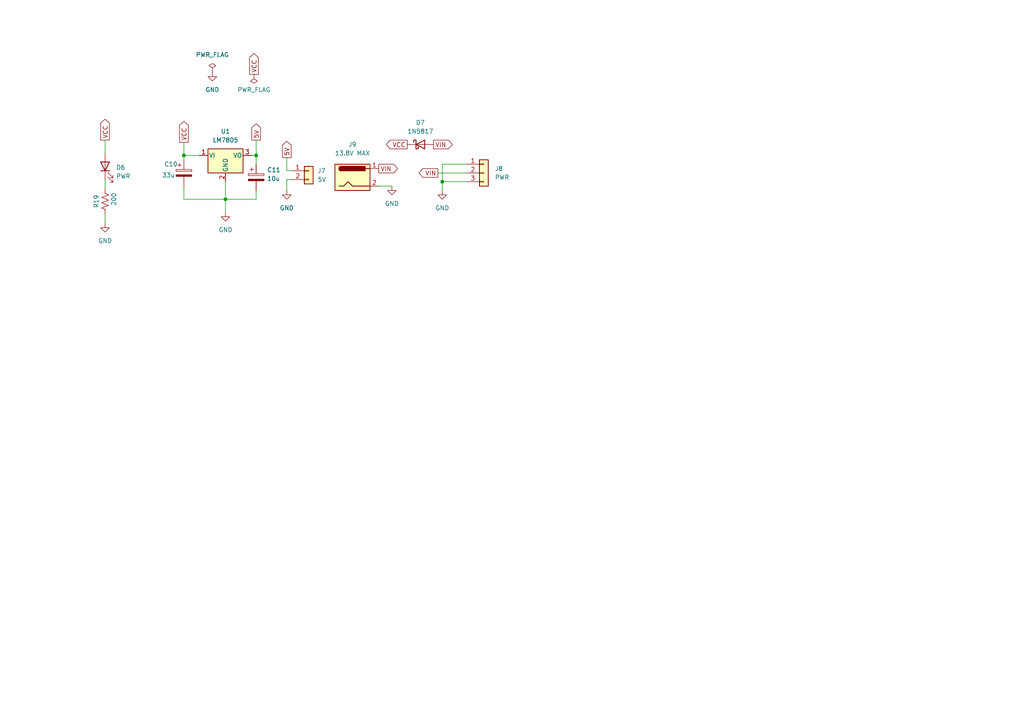
<source format=kicad_sch>
(kicad_sch (version 20211123) (generator eeschema)
  (paper "A4")
  (lib_symbols
    (symbol "Connector:Barrel_Jack" (pin_names (offset 1.016))
      (property "Reference" "J" (at 0 5.334 0))
      (property "Value" "Barrel_Jack" (at 0 -5.08 0))
      (symbol "Barrel_Jack_0_1"
        (rectangle (start -5.08 3.81) (end 5.08 -3.81) (stroke (width 0.254)) (fill (type background)))
        (arc (start -3.302 3.175) (mid -3.937 2.54) (end -3.302 1.905) (stroke (width 0.254)))
        (arc (start -3.302 3.175) (mid -3.937 2.54) (end -3.302 1.905) (stroke (width 0.254)) (fill (type outline)))
        (polyline (pts (xy 5.08 2.54) (xy 3.81 2.54)) (stroke (width 0.254)))
        (polyline (pts (xy -3.81 -2.54) (xy -2.54 -2.54) (xy -1.27 -1.27) (xy 0 -2.54) (xy 2.54 -2.54) (xy 5.08 -2.54)) (stroke (width 0.254)))
        (rectangle (start 3.683 3.175) (end -3.302 1.905) (stroke (width 0.254)) (fill (type outline)))
      )
      (symbol "Barrel_Jack_1_1"
        (pin passive line (at 7.62 2.54 180) (length 2.54) (name "~") (number "1"))
        (pin passive line (at 7.62 -2.54 180) (length 2.54) (name "~") (number "2"))
      )
    )
    (symbol "Connector_Generic:Conn_01x02" (pin_names (offset 1.016) hide)
      (property "Reference" "J" (at 0 2.54 0))
      (property "Value" "Conn_01x02" (at 0 -5.08 0))
      (symbol "Conn_01x02_1_1"
        (rectangle (start -1.27 -2.413) (end 0 -2.667) (stroke (width 0.1524)))
        (rectangle (start -1.27 0.127) (end 0 -0.127) (stroke (width 0.1524)))
        (rectangle (start -1.27 1.27) (end 1.27 -3.81) (stroke (width 0.254)) (fill (type background)))
        (pin passive line (at -5.08 0 0) (length 3.81) (name "Pin_1") (number "1"))
        (pin passive line (at -5.08 -2.54 0) (length 3.81) (name "Pin_2") (number "2"))
      )
    )
    (symbol "Connector_Generic:Conn_01x03" (pin_names (offset 1.016) hide)
      (property "Reference" "J" (at 0 5.08 0))
      (property "Value" "Conn_01x03" (at 0 -5.08 0))
      (symbol "Conn_01x03_1_1"
        (rectangle (start -1.27 -2.413) (end 0 -2.667) (stroke (width 0.1524)))
        (rectangle (start -1.27 0.127) (end 0 -0.127) (stroke (width 0.1524)))
        (rectangle (start -1.27 2.667) (end 0 2.413) (stroke (width 0.1524)))
        (rectangle (start -1.27 3.81) (end 1.27 -3.81) (stroke (width 0.254)) (fill (type background)))
        (pin passive line (at -5.08 2.54 0) (length 3.81) (name "Pin_1") (number "1"))
        (pin passive line (at -5.08 0 0) (length 3.81) (name "Pin_2") (number "2"))
        (pin passive line (at -5.08 -2.54 0) (length 3.81) (name "Pin_3") (number "3"))
      )
    )
    (symbol "Device:C_Polarized" (pin_numbers hide) (pin_names (offset 0.254))
      (property "Reference" "C" (at 0.635 2.54 0))
      (property "Value" "C_Polarized" (at 0.635 -2.54 0))
      (symbol "C_Polarized_0_1"
        (rectangle (start -2.286 0.508) (end 2.286 1.016))
        (polyline (pts (xy -1.778 2.286) (xy -0.762 2.286)))
        (polyline (pts (xy -1.27 2.794) (xy -1.27 1.778)))
        (rectangle (start 2.286 -0.508) (end -2.286 -1.016) (fill (type outline)))
      )
      (symbol "C_Polarized_1_1"
        (pin passive line (at 0 3.81 270) (length 2.794) (name "~") (number "1"))
        (pin passive line (at 0 -3.81 90) (length 2.794) (name "~") (number "2"))
      )
    )
    (symbol "Device:LED" (pin_numbers hide) (pin_names (offset 1.016) hide)
      (property "Reference" "D" (at 0 2.54 0))
      (property "Value" "LED" (at 0 -2.54 0))
      (symbol "LED_0_1"
        (polyline (pts (xy -1.27 -1.27) (xy -1.27 1.27)) (stroke (width 0.254)))
        (polyline (pts (xy -1.27 0) (xy 1.27 0)))
        (polyline (pts (xy 1.27 -1.27) (xy 1.27 1.27) (xy -1.27 0) (xy 1.27 -1.27)) (stroke (width 0.254)))
        (polyline (pts (xy -3.048 -0.762) (xy -4.572 -2.286) (xy -3.81 -2.286) (xy -4.572 -2.286) (xy -4.572 -1.524)))
        (polyline (pts (xy -1.778 -0.762) (xy -3.302 -2.286) (xy -2.54 -2.286) (xy -3.302 -2.286) (xy -3.302 -1.524)))
      )
      (symbol "LED_1_1"
        (pin passive line (at -3.81 0 0) (length 2.54) (name "K") (number "1"))
        (pin passive line (at 3.81 0 180) (length 2.54) (name "A") (number "2"))
      )
    )
    (symbol "Device:R_US" (pin_numbers hide) (pin_names (offset 0))
      (property "Reference" "R" (at 2.54 0 90))
      (property "Value" "R_US" (at -2.54 0 90))
      (symbol "R_US_0_1"
        (polyline (pts (xy 0 -2.286) (xy 0 -2.54)))
        (polyline (pts (xy 0 2.286) (xy 0 2.54)))
        (polyline (pts (xy 0 -0.762) (xy 1.016 -1.143) (xy 0 -1.524) (xy -1.016 -1.905) (xy 0 -2.286)))
        (polyline (pts (xy 0 0.762) (xy 1.016 0.381) (xy 0 0) (xy -1.016 -0.381) (xy 0 -0.762)))
        (polyline (pts (xy 0 2.286) (xy 1.016 1.905) (xy 0 1.524) (xy -1.016 1.143) (xy 0 0.762)))
      )
      (symbol "R_US_1_1"
        (pin passive line (at 0 3.81 270) (length 1.27) (name "~") (number "1"))
        (pin passive line (at 0 -3.81 90) (length 1.27) (name "~") (number "2"))
      )
    )
    (symbol "Diode:1N5817" (pin_numbers hide) (pin_names (offset 1.016) hide)
      (property "Reference" "D" (at 0 2.54 0))
      (property "Value" "1N5817" (at 0 -2.54 0))
      (symbol "1N5817_0_1"
        (polyline (pts (xy 1.27 0) (xy -1.27 0)))
        (polyline (pts (xy 1.27 1.27) (xy 1.27 -1.27) (xy -1.27 0) (xy 1.27 1.27)) (stroke (width 0.254)))
        (polyline (pts (xy -1.905 0.635) (xy -1.905 1.27) (xy -1.27 1.27) (xy -1.27 -1.27) (xy -0.635 -1.27) (xy -0.635 -0.635)) (stroke (width 0.254)))
      )
      (symbol "1N5817_1_1"
        (pin passive line (at -3.81 0 0) (length 2.54) (name "K") (number "1"))
        (pin passive line (at 3.81 0 180) (length 2.54) (name "A") (number "2"))
      )
    )
    (symbol "Regulator_Linear:LM7805_TO220" (pin_names (offset 0.254))
      (property "Reference" "U" (at -3.81 3.175 0))
      (property "Value" "LM7805_TO220" (at 0 3.175 0))
      (symbol "LM7805_TO220_0_1"
        (rectangle (start -5.08 1.905) (end 5.08 -5.08) (stroke (width 0.254)) (fill (type background)))
      )
      (symbol "LM7805_TO220_1_1"
        (pin power_in line (at -7.62 0 0) (length 2.54) (name "VI") (number "1"))
        (pin power_in line (at 0 -7.62 90) (length 2.54) (name "GND") (number "2"))
        (pin power_out line (at 7.62 0 180) (length 2.54) (name "VO") (number "3"))
      )
    )
    (symbol "power:GND" (power) (pin_names (offset 0))
      (property "Value" "GND" (at 0 -3.81 0))
      (symbol "GND_0_1"
        (polyline (pts (xy 0 0) (xy 0 -1.27) (xy 1.27 -1.27) (xy 0 -2.54) (xy -1.27 -1.27) (xy 0 -1.27)))
      )
      (symbol "GND_1_1"
        (pin power_in line (at 0 0 270) (length 0) hide (name "GND") (number "1"))
      )
    )
    (symbol "power:PWR_FLAG" (power) (pin_numbers hide) (pin_names (offset 0) hide)
      (property "Value" "PWR_FLAG" (at 0 3.81 0))
      (symbol "PWR_FLAG_0_0"
        (pin power_out line (at 0 0 90) (length 0) (name "pwr") (number "1"))
      )
      (symbol "PWR_FLAG_0_1"
        (polyline (pts (xy 0 0) (xy 0 1.27) (xy -1.016 1.905) (xy 0 2.54) (xy 1.016 1.905) (xy 0 1.27)))
      )
    )
  )
  (junction (at 65.405 57.785))
  (junction (at 74.295 45.085))
  (junction (at 53.34 45.085))
  (junction (at 128.27 52.705))
  (wire (pts (xy 65.405 57.785) (xy 65.405 52.705)))
  (wire (pts (xy 65.405 57.785) (xy 53.34 57.785)))
  (wire (pts (xy 74.295 40.64) (xy 74.295 45.085)))
  (wire (pts (xy 73.025 45.085) (xy 74.295 45.085)))
  (wire (pts (xy 83.185 45.72) (xy 83.185 49.53)))
  (wire (pts (xy 30.48 52.07) (xy 30.48 54.61)))
  (wire (pts (xy 128.27 52.705) (xy 128.27 55.245)))
  (wire (pts (xy 83.185 49.53) (xy 84.455 49.53)))
  (wire (pts (xy 57.785 45.085) (xy 53.34 45.085)))
  (wire (pts (xy 128.27 52.705) (xy 135.255 52.705)))
  (wire (pts (xy 128.27 47.625) (xy 128.27 52.705)))
  (wire (pts (xy 127 50.165) (xy 135.255 50.165)))
  (wire (pts (xy 30.48 62.23) (xy 30.48 64.77)))
  (wire (pts (xy 83.185 52.07) (xy 83.185 55.245)))
  (wire (pts (xy 74.295 45.085) (xy 74.295 47.625)))
  (wire (pts (xy 74.295 55.245) (xy 74.295 57.785)))
  (wire (pts (xy 53.34 41.275) (xy 53.34 45.085)))
  (wire (pts (xy 84.455 52.07) (xy 83.185 52.07)))
  (wire (pts (xy 30.48 40.64) (xy 30.48 44.45)))
  (wire (pts (xy 53.34 45.085) (xy 53.34 46.355)))
  (wire (pts (xy 74.295 57.785) (xy 65.405 57.785)))
  (wire (pts (xy 53.34 53.975) (xy 53.34 57.785)))
  (wire (pts (xy 113.665 53.975) (xy 109.855 53.975)))
  (wire (pts (xy 65.405 57.785) (xy 65.405 61.595)))
  (wire (pts (xy 135.255 47.625) (xy 128.27 47.625)))
  (global_label "VIN" (shape output) (at 125.73 41.91 0) (property "Intersheet References" "${INTERSHEET_REFS}" (effects hide)))
  (global_label "5V" (shape output) (at 83.185 45.72 90) (property "Intersheet References" "${INTERSHEET_REFS}" (effects hide)))
  (global_label "VCC" (shape output) (at 53.34 41.275 90) (property "Intersheet References" "${INTERSHEET_REFS}" (effects hide)))
  (global_label "VCC" (shape output) (at 73.66 21.59 90) (property "Intersheet References" "${INTERSHEET_REFS}" (effects hide)))
  (global_label "5V" (shape output) (at 74.295 40.64 90) (property "Intersheet References" "${INTERSHEET_REFS}" (effects hide)))
  (global_label "VCC" (shape output) (at 30.48 40.64 90) (property "Intersheet References" "${INTERSHEET_REFS}" (effects hide)))
  (global_label "VIN" (shape output) (at 109.855 48.895 0) (property "Intersheet References" "${INTERSHEET_REFS}" (effects hide)))
  (global_label "VCC" (shape output) (at 118.11 41.91 180) (property "Intersheet References" "${INTERSHEET_REFS}" (effects hide)))
  (global_label "VIN" (shape output) (at 127 50.165 180) (property "Intersheet References" "${INTERSHEET_REFS}" (effects hide)))
  (symbol (lib_id "power:GND") (at 113.665 53.975 0) (unit 1)
    (property "Reference" "#PWR025" (effects hide))
    (property "Value" "GND" (at 113.665 59.055 0))
  )
  (symbol (lib_id "Diode:1N5817") (at 121.92 41.91 0) (unit 1)
    (property "Reference" "D7" (at 121.92 35.56 0))
    (property "Value" "1N5817" (at 121.92 38.1 0))
    (property "Footprint" "Diode_THT:D_DO-41_SOD81_P10.16mm_Horizontal" (effects hide))
    (property "Datasheet" "http://www.vishay.com/docs/88525/1n5817.pdf" (effects hide))
  )
  (symbol (lib_id "Device:C_Polarized") (at 74.295 51.435 0) (unit 1)
    (property "Reference" "C11" (at 77.47 49.2759 0) (effects (justify left)))
    (property "Value" "10u" (at 77.47 51.8159 0) (effects (justify left)))
    (property "Footprint" "Capacitor_THT:CP_Radial_D8.0mm_P2.50mm" (effects hide))
  )
  (symbol (lib_id "Connector:Barrel_Jack") (at 102.235 51.435 0) (unit 1)
    (property "Reference" "J9" (at 102.235 41.91 0))
    (property "Value" "13.8V MAX" (at 102.235 44.45 0))
    (property "Footprint" "Connector_BarrelJack:BarrelJack_GCT_DCJ200-10-A_Horizontal" (effects hide))
  )
  (symbol (lib_id "power:GND") (at 30.48 64.77 0) (unit 1)
    (property "Reference" "#PWR027" (effects hide))
    (property "Value" "GND" (at 30.48 69.85 0))
  )
  (symbol (lib_id "power:GND") (at 83.185 55.245 0) (unit 1)
    (property "Reference" "#PWR024" (effects hide))
    (property "Value" "GND" (at 83.185 60.325 0))
  )
  (symbol (lib_id "Device:LED") (at 30.48 48.26 90) (unit 1)
    (property "Reference" "D6" (at 33.655 48.5774 90) (effects (justify right)))
    (property "Value" "PWR" (at 33.655 51.1174 90) (effects (justify right)))
    (property "Footprint" "LED_THT:LED_D3.0mm" (effects hide))
  )
  (symbol (lib_id "power:GND") (at 61.595 20.955 0) (unit 1)
    (property "Reference" "#PWR023" (effects hide))
    (property "Value" "GND" (at 61.595 26.035 0))
  )
  (symbol (lib_id "Regulator_Linear:LM7805_TO220") (at 65.405 45.085 0) (unit 1)
    (property "Reference" "U1" (at 65.405 38.1 0))
    (property "Value" "LM7805" (at 65.405 40.64 0))
    (property "Footprint" "Package_TO_SOT_THT:TO-220-3_Vertical" (effects hide))
    (property "Datasheet" "https://www.onsemi.cn/PowerSolutions/document/MC7800-D.PDF" (effects hide))
  )
  (symbol (lib_id "Connector_Generic:Conn_01x02") (at 89.535 49.53 0) (unit 1)
    (property "Reference" "J7" (at 92.075 49.5299 0) (effects (justify left)))
    (property "Value" "5V" (at 92.075 52.0699 0) (effects (justify left)))
    (property "Footprint" "Connector_PinHeader_2.54mm:PinHeader_1x02_P2.54mm_Vertical" (effects hide))
  )
  (symbol (lib_id "power:PWR_FLAG") (at 73.66 21.59 180) (unit 1)
    (property "Reference" "#FLG02" (effects hide))
    (property "Value" "PWR_FLAG" (at 73.66 26.035 0))
  )
  (symbol (lib_id "power:GND") (at 128.27 55.245 0) (unit 1)
    (property "Reference" "#PWR028" (effects hide))
    (property "Value" "GND" (at 128.27 60.325 0))
  )
  (symbol (lib_id "Connector_Generic:Conn_01x03") (at 140.335 50.165 0) (unit 1)
    (property "Reference" "J8" (at 143.51 48.8949 0) (effects (justify left)))
    (property "Value" "PWR" (at 143.51 51.4349 0) (effects (justify left)))
    (property "Footprint" "Connector_PinHeader_2.54mm:PinHeader_1x03_P2.54mm_Vertical" (effects hide))
  )
  (symbol (lib_id "power:GND") (at 65.405 61.595 0) (unit 1)
    (property "Reference" "#PWR026" (effects hide))
    (property "Value" "GND" (at 65.405 66.675 0))
  )
  (symbol (lib_id "Device:C_Polarized") (at 53.34 50.165 0) (unit 1)
    (property "Reference" "C10" (at 47.625 47.625 0) (effects (justify left)))
    (property "Value" "33u" (at 46.99 50.8 0) (effects (justify left)))
    (property "Footprint" "Capacitor_THT:CP_Radial_D8.0mm_P2.50mm" (effects hide))
  )
  (symbol (lib_id "power:PWR_FLAG") (at 61.595 20.955 0) (unit 1)
    (property "Reference" "#FLG01" (effects hide))
    (property "Value" "PWR_FLAG" (at 61.595 15.875 0))
  )
  (symbol (lib_id "Device:R_US") (at 30.48 58.42 180) (unit 1)
    (property "Reference" "R19" (at 27.94 58.42 90))
    (property "Value" "200" (at 33.02 57.785 90))
    (property "Footprint" "Resistor_SMD:R_1206_3216Metric" (effects hide))
  )
)
</source>
